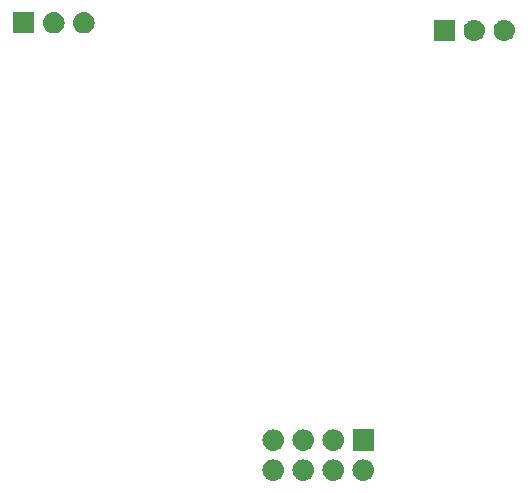
<source format=gbr>
G04 #@! TF.GenerationSoftware,KiCad,Pcbnew,(5.1.4)-1*
G04 #@! TF.CreationDate,2020-02-13T13:02:53-06:00*
G04 #@! TF.ProjectId,aducm_board,61647563-6d5f-4626-9f61-72642e6b6963,rev?*
G04 #@! TF.SameCoordinates,Original*
G04 #@! TF.FileFunction,Soldermask,Bot*
G04 #@! TF.FilePolarity,Negative*
%FSLAX46Y46*%
G04 Gerber Fmt 4.6, Leading zero omitted, Abs format (unit mm)*
G04 Created by KiCad (PCBNEW (5.1.4)-1) date 2020-02-13 13:02:53*
%MOMM*%
%LPD*%
G04 APERTURE LIST*
%ADD10C,0.100000*%
G04 APERTURE END LIST*
D10*
G36*
X148950442Y-115905518D02*
G01*
X149016627Y-115912037D01*
X149186466Y-115963557D01*
X149342991Y-116047222D01*
X149378729Y-116076552D01*
X149480186Y-116159814D01*
X149563448Y-116261271D01*
X149592778Y-116297009D01*
X149676443Y-116453534D01*
X149727963Y-116623373D01*
X149745359Y-116800000D01*
X149727963Y-116976627D01*
X149676443Y-117146466D01*
X149592778Y-117302991D01*
X149563448Y-117338729D01*
X149480186Y-117440186D01*
X149378729Y-117523448D01*
X149342991Y-117552778D01*
X149186466Y-117636443D01*
X149016627Y-117687963D01*
X148950443Y-117694481D01*
X148884260Y-117701000D01*
X148795740Y-117701000D01*
X148729557Y-117694481D01*
X148663373Y-117687963D01*
X148493534Y-117636443D01*
X148337009Y-117552778D01*
X148301271Y-117523448D01*
X148199814Y-117440186D01*
X148116552Y-117338729D01*
X148087222Y-117302991D01*
X148003557Y-117146466D01*
X147952037Y-116976627D01*
X147934641Y-116800000D01*
X147952037Y-116623373D01*
X148003557Y-116453534D01*
X148087222Y-116297009D01*
X148116552Y-116261271D01*
X148199814Y-116159814D01*
X148301271Y-116076552D01*
X148337009Y-116047222D01*
X148493534Y-115963557D01*
X148663373Y-115912037D01*
X148729558Y-115905518D01*
X148795740Y-115899000D01*
X148884260Y-115899000D01*
X148950442Y-115905518D01*
X148950442Y-115905518D01*
G37*
G36*
X146410442Y-115905518D02*
G01*
X146476627Y-115912037D01*
X146646466Y-115963557D01*
X146802991Y-116047222D01*
X146838729Y-116076552D01*
X146940186Y-116159814D01*
X147023448Y-116261271D01*
X147052778Y-116297009D01*
X147136443Y-116453534D01*
X147187963Y-116623373D01*
X147205359Y-116800000D01*
X147187963Y-116976627D01*
X147136443Y-117146466D01*
X147052778Y-117302991D01*
X147023448Y-117338729D01*
X146940186Y-117440186D01*
X146838729Y-117523448D01*
X146802991Y-117552778D01*
X146646466Y-117636443D01*
X146476627Y-117687963D01*
X146410443Y-117694481D01*
X146344260Y-117701000D01*
X146255740Y-117701000D01*
X146189557Y-117694481D01*
X146123373Y-117687963D01*
X145953534Y-117636443D01*
X145797009Y-117552778D01*
X145761271Y-117523448D01*
X145659814Y-117440186D01*
X145576552Y-117338729D01*
X145547222Y-117302991D01*
X145463557Y-117146466D01*
X145412037Y-116976627D01*
X145394641Y-116800000D01*
X145412037Y-116623373D01*
X145463557Y-116453534D01*
X145547222Y-116297009D01*
X145576552Y-116261271D01*
X145659814Y-116159814D01*
X145761271Y-116076552D01*
X145797009Y-116047222D01*
X145953534Y-115963557D01*
X146123373Y-115912037D01*
X146189558Y-115905518D01*
X146255740Y-115899000D01*
X146344260Y-115899000D01*
X146410442Y-115905518D01*
X146410442Y-115905518D01*
G37*
G36*
X143870442Y-115905518D02*
G01*
X143936627Y-115912037D01*
X144106466Y-115963557D01*
X144262991Y-116047222D01*
X144298729Y-116076552D01*
X144400186Y-116159814D01*
X144483448Y-116261271D01*
X144512778Y-116297009D01*
X144596443Y-116453534D01*
X144647963Y-116623373D01*
X144665359Y-116800000D01*
X144647963Y-116976627D01*
X144596443Y-117146466D01*
X144512778Y-117302991D01*
X144483448Y-117338729D01*
X144400186Y-117440186D01*
X144298729Y-117523448D01*
X144262991Y-117552778D01*
X144106466Y-117636443D01*
X143936627Y-117687963D01*
X143870443Y-117694481D01*
X143804260Y-117701000D01*
X143715740Y-117701000D01*
X143649557Y-117694481D01*
X143583373Y-117687963D01*
X143413534Y-117636443D01*
X143257009Y-117552778D01*
X143221271Y-117523448D01*
X143119814Y-117440186D01*
X143036552Y-117338729D01*
X143007222Y-117302991D01*
X142923557Y-117146466D01*
X142872037Y-116976627D01*
X142854641Y-116800000D01*
X142872037Y-116623373D01*
X142923557Y-116453534D01*
X143007222Y-116297009D01*
X143036552Y-116261271D01*
X143119814Y-116159814D01*
X143221271Y-116076552D01*
X143257009Y-116047222D01*
X143413534Y-115963557D01*
X143583373Y-115912037D01*
X143649558Y-115905518D01*
X143715740Y-115899000D01*
X143804260Y-115899000D01*
X143870442Y-115905518D01*
X143870442Y-115905518D01*
G37*
G36*
X151490442Y-115905518D02*
G01*
X151556627Y-115912037D01*
X151726466Y-115963557D01*
X151882991Y-116047222D01*
X151918729Y-116076552D01*
X152020186Y-116159814D01*
X152103448Y-116261271D01*
X152132778Y-116297009D01*
X152216443Y-116453534D01*
X152267963Y-116623373D01*
X152285359Y-116800000D01*
X152267963Y-116976627D01*
X152216443Y-117146466D01*
X152132778Y-117302991D01*
X152103448Y-117338729D01*
X152020186Y-117440186D01*
X151918729Y-117523448D01*
X151882991Y-117552778D01*
X151726466Y-117636443D01*
X151556627Y-117687963D01*
X151490443Y-117694481D01*
X151424260Y-117701000D01*
X151335740Y-117701000D01*
X151269557Y-117694481D01*
X151203373Y-117687963D01*
X151033534Y-117636443D01*
X150877009Y-117552778D01*
X150841271Y-117523448D01*
X150739814Y-117440186D01*
X150656552Y-117338729D01*
X150627222Y-117302991D01*
X150543557Y-117146466D01*
X150492037Y-116976627D01*
X150474641Y-116800000D01*
X150492037Y-116623373D01*
X150543557Y-116453534D01*
X150627222Y-116297009D01*
X150656552Y-116261271D01*
X150739814Y-116159814D01*
X150841271Y-116076552D01*
X150877009Y-116047222D01*
X151033534Y-115963557D01*
X151203373Y-115912037D01*
X151269558Y-115905518D01*
X151335740Y-115899000D01*
X151424260Y-115899000D01*
X151490442Y-115905518D01*
X151490442Y-115905518D01*
G37*
G36*
X152281000Y-115161000D02*
G01*
X150479000Y-115161000D01*
X150479000Y-113359000D01*
X152281000Y-113359000D01*
X152281000Y-115161000D01*
X152281000Y-115161000D01*
G37*
G36*
X148950442Y-113365518D02*
G01*
X149016627Y-113372037D01*
X149186466Y-113423557D01*
X149342991Y-113507222D01*
X149378729Y-113536552D01*
X149480186Y-113619814D01*
X149563448Y-113721271D01*
X149592778Y-113757009D01*
X149676443Y-113913534D01*
X149727963Y-114083373D01*
X149745359Y-114260000D01*
X149727963Y-114436627D01*
X149676443Y-114606466D01*
X149592778Y-114762991D01*
X149563448Y-114798729D01*
X149480186Y-114900186D01*
X149378729Y-114983448D01*
X149342991Y-115012778D01*
X149186466Y-115096443D01*
X149016627Y-115147963D01*
X148950442Y-115154482D01*
X148884260Y-115161000D01*
X148795740Y-115161000D01*
X148729558Y-115154482D01*
X148663373Y-115147963D01*
X148493534Y-115096443D01*
X148337009Y-115012778D01*
X148301271Y-114983448D01*
X148199814Y-114900186D01*
X148116552Y-114798729D01*
X148087222Y-114762991D01*
X148003557Y-114606466D01*
X147952037Y-114436627D01*
X147934641Y-114260000D01*
X147952037Y-114083373D01*
X148003557Y-113913534D01*
X148087222Y-113757009D01*
X148116552Y-113721271D01*
X148199814Y-113619814D01*
X148301271Y-113536552D01*
X148337009Y-113507222D01*
X148493534Y-113423557D01*
X148663373Y-113372037D01*
X148729558Y-113365518D01*
X148795740Y-113359000D01*
X148884260Y-113359000D01*
X148950442Y-113365518D01*
X148950442Y-113365518D01*
G37*
G36*
X146410442Y-113365518D02*
G01*
X146476627Y-113372037D01*
X146646466Y-113423557D01*
X146802991Y-113507222D01*
X146838729Y-113536552D01*
X146940186Y-113619814D01*
X147023448Y-113721271D01*
X147052778Y-113757009D01*
X147136443Y-113913534D01*
X147187963Y-114083373D01*
X147205359Y-114260000D01*
X147187963Y-114436627D01*
X147136443Y-114606466D01*
X147052778Y-114762991D01*
X147023448Y-114798729D01*
X146940186Y-114900186D01*
X146838729Y-114983448D01*
X146802991Y-115012778D01*
X146646466Y-115096443D01*
X146476627Y-115147963D01*
X146410442Y-115154482D01*
X146344260Y-115161000D01*
X146255740Y-115161000D01*
X146189558Y-115154482D01*
X146123373Y-115147963D01*
X145953534Y-115096443D01*
X145797009Y-115012778D01*
X145761271Y-114983448D01*
X145659814Y-114900186D01*
X145576552Y-114798729D01*
X145547222Y-114762991D01*
X145463557Y-114606466D01*
X145412037Y-114436627D01*
X145394641Y-114260000D01*
X145412037Y-114083373D01*
X145463557Y-113913534D01*
X145547222Y-113757009D01*
X145576552Y-113721271D01*
X145659814Y-113619814D01*
X145761271Y-113536552D01*
X145797009Y-113507222D01*
X145953534Y-113423557D01*
X146123373Y-113372037D01*
X146189558Y-113365518D01*
X146255740Y-113359000D01*
X146344260Y-113359000D01*
X146410442Y-113365518D01*
X146410442Y-113365518D01*
G37*
G36*
X143870442Y-113365518D02*
G01*
X143936627Y-113372037D01*
X144106466Y-113423557D01*
X144262991Y-113507222D01*
X144298729Y-113536552D01*
X144400186Y-113619814D01*
X144483448Y-113721271D01*
X144512778Y-113757009D01*
X144596443Y-113913534D01*
X144647963Y-114083373D01*
X144665359Y-114260000D01*
X144647963Y-114436627D01*
X144596443Y-114606466D01*
X144512778Y-114762991D01*
X144483448Y-114798729D01*
X144400186Y-114900186D01*
X144298729Y-114983448D01*
X144262991Y-115012778D01*
X144106466Y-115096443D01*
X143936627Y-115147963D01*
X143870442Y-115154482D01*
X143804260Y-115161000D01*
X143715740Y-115161000D01*
X143649558Y-115154482D01*
X143583373Y-115147963D01*
X143413534Y-115096443D01*
X143257009Y-115012778D01*
X143221271Y-114983448D01*
X143119814Y-114900186D01*
X143036552Y-114798729D01*
X143007222Y-114762991D01*
X142923557Y-114606466D01*
X142872037Y-114436627D01*
X142854641Y-114260000D01*
X142872037Y-114083373D01*
X142923557Y-113913534D01*
X143007222Y-113757009D01*
X143036552Y-113721271D01*
X143119814Y-113619814D01*
X143221271Y-113536552D01*
X143257009Y-113507222D01*
X143413534Y-113423557D01*
X143583373Y-113372037D01*
X143649558Y-113365518D01*
X143715740Y-113359000D01*
X143804260Y-113359000D01*
X143870442Y-113365518D01*
X143870442Y-113365518D01*
G37*
G36*
X163432442Y-78683718D02*
G01*
X163498627Y-78690237D01*
X163668466Y-78741757D01*
X163824991Y-78825422D01*
X163860729Y-78854752D01*
X163962186Y-78938014D01*
X164045448Y-79039471D01*
X164074778Y-79075209D01*
X164158443Y-79231734D01*
X164209963Y-79401573D01*
X164227359Y-79578200D01*
X164209963Y-79754827D01*
X164158443Y-79924666D01*
X164074778Y-80081191D01*
X164045448Y-80116929D01*
X163962186Y-80218386D01*
X163860729Y-80301648D01*
X163824991Y-80330978D01*
X163668466Y-80414643D01*
X163498627Y-80466163D01*
X163432442Y-80472682D01*
X163366260Y-80479200D01*
X163277740Y-80479200D01*
X163211558Y-80472682D01*
X163145373Y-80466163D01*
X162975534Y-80414643D01*
X162819009Y-80330978D01*
X162783271Y-80301648D01*
X162681814Y-80218386D01*
X162598552Y-80116929D01*
X162569222Y-80081191D01*
X162485557Y-79924666D01*
X162434037Y-79754827D01*
X162416641Y-79578200D01*
X162434037Y-79401573D01*
X162485557Y-79231734D01*
X162569222Y-79075209D01*
X162598552Y-79039471D01*
X162681814Y-78938014D01*
X162783271Y-78854752D01*
X162819009Y-78825422D01*
X162975534Y-78741757D01*
X163145373Y-78690237D01*
X163211558Y-78683718D01*
X163277740Y-78677200D01*
X163366260Y-78677200D01*
X163432442Y-78683718D01*
X163432442Y-78683718D01*
G37*
G36*
X160892442Y-78683718D02*
G01*
X160958627Y-78690237D01*
X161128466Y-78741757D01*
X161284991Y-78825422D01*
X161320729Y-78854752D01*
X161422186Y-78938014D01*
X161505448Y-79039471D01*
X161534778Y-79075209D01*
X161618443Y-79231734D01*
X161669963Y-79401573D01*
X161687359Y-79578200D01*
X161669963Y-79754827D01*
X161618443Y-79924666D01*
X161534778Y-80081191D01*
X161505448Y-80116929D01*
X161422186Y-80218386D01*
X161320729Y-80301648D01*
X161284991Y-80330978D01*
X161128466Y-80414643D01*
X160958627Y-80466163D01*
X160892442Y-80472682D01*
X160826260Y-80479200D01*
X160737740Y-80479200D01*
X160671558Y-80472682D01*
X160605373Y-80466163D01*
X160435534Y-80414643D01*
X160279009Y-80330978D01*
X160243271Y-80301648D01*
X160141814Y-80218386D01*
X160058552Y-80116929D01*
X160029222Y-80081191D01*
X159945557Y-79924666D01*
X159894037Y-79754827D01*
X159876641Y-79578200D01*
X159894037Y-79401573D01*
X159945557Y-79231734D01*
X160029222Y-79075209D01*
X160058552Y-79039471D01*
X160141814Y-78938014D01*
X160243271Y-78854752D01*
X160279009Y-78825422D01*
X160435534Y-78741757D01*
X160605373Y-78690237D01*
X160671558Y-78683718D01*
X160737740Y-78677200D01*
X160826260Y-78677200D01*
X160892442Y-78683718D01*
X160892442Y-78683718D01*
G37*
G36*
X159143000Y-80479200D02*
G01*
X157341000Y-80479200D01*
X157341000Y-78677200D01*
X159143000Y-78677200D01*
X159143000Y-80479200D01*
X159143000Y-80479200D01*
G37*
G36*
X125296842Y-78026318D02*
G01*
X125363027Y-78032837D01*
X125532866Y-78084357D01*
X125689391Y-78168022D01*
X125725129Y-78197352D01*
X125826586Y-78280614D01*
X125909848Y-78382071D01*
X125939178Y-78417809D01*
X126022843Y-78574334D01*
X126074363Y-78744173D01*
X126091759Y-78920800D01*
X126074363Y-79097427D01*
X126022843Y-79267266D01*
X125939178Y-79423791D01*
X125909848Y-79459529D01*
X125826586Y-79560986D01*
X125725129Y-79644248D01*
X125689391Y-79673578D01*
X125532866Y-79757243D01*
X125363027Y-79808763D01*
X125296842Y-79815282D01*
X125230660Y-79821800D01*
X125142140Y-79821800D01*
X125075958Y-79815282D01*
X125009773Y-79808763D01*
X124839934Y-79757243D01*
X124683409Y-79673578D01*
X124647671Y-79644248D01*
X124546214Y-79560986D01*
X124462952Y-79459529D01*
X124433622Y-79423791D01*
X124349957Y-79267266D01*
X124298437Y-79097427D01*
X124281041Y-78920800D01*
X124298437Y-78744173D01*
X124349957Y-78574334D01*
X124433622Y-78417809D01*
X124462952Y-78382071D01*
X124546214Y-78280614D01*
X124647671Y-78197352D01*
X124683409Y-78168022D01*
X124839934Y-78084357D01*
X125009773Y-78032837D01*
X125075958Y-78026318D01*
X125142140Y-78019800D01*
X125230660Y-78019800D01*
X125296842Y-78026318D01*
X125296842Y-78026318D01*
G37*
G36*
X123547400Y-79821800D02*
G01*
X121745400Y-79821800D01*
X121745400Y-78019800D01*
X123547400Y-78019800D01*
X123547400Y-79821800D01*
X123547400Y-79821800D01*
G37*
G36*
X127836842Y-78026318D02*
G01*
X127903027Y-78032837D01*
X128072866Y-78084357D01*
X128229391Y-78168022D01*
X128265129Y-78197352D01*
X128366586Y-78280614D01*
X128449848Y-78382071D01*
X128479178Y-78417809D01*
X128562843Y-78574334D01*
X128614363Y-78744173D01*
X128631759Y-78920800D01*
X128614363Y-79097427D01*
X128562843Y-79267266D01*
X128479178Y-79423791D01*
X128449848Y-79459529D01*
X128366586Y-79560986D01*
X128265129Y-79644248D01*
X128229391Y-79673578D01*
X128072866Y-79757243D01*
X127903027Y-79808763D01*
X127836842Y-79815282D01*
X127770660Y-79821800D01*
X127682140Y-79821800D01*
X127615958Y-79815282D01*
X127549773Y-79808763D01*
X127379934Y-79757243D01*
X127223409Y-79673578D01*
X127187671Y-79644248D01*
X127086214Y-79560986D01*
X127002952Y-79459529D01*
X126973622Y-79423791D01*
X126889957Y-79267266D01*
X126838437Y-79097427D01*
X126821041Y-78920800D01*
X126838437Y-78744173D01*
X126889957Y-78574334D01*
X126973622Y-78417809D01*
X127002952Y-78382071D01*
X127086214Y-78280614D01*
X127187671Y-78197352D01*
X127223409Y-78168022D01*
X127379934Y-78084357D01*
X127549773Y-78032837D01*
X127615958Y-78026318D01*
X127682140Y-78019800D01*
X127770660Y-78019800D01*
X127836842Y-78026318D01*
X127836842Y-78026318D01*
G37*
M02*

</source>
